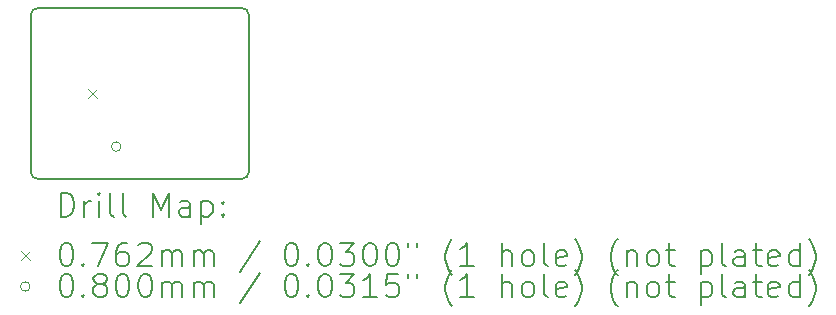
<source format=gbr>
%TF.GenerationSoftware,KiCad,Pcbnew,8.0.6*%
%TF.CreationDate,2024-11-06T21:45:57-05:00*%
%TF.ProjectId,Asus To Asrock,41737573-2054-46f2-9041-73726f636b2e,rev?*%
%TF.SameCoordinates,Original*%
%TF.FileFunction,Drillmap*%
%TF.FilePolarity,Positive*%
%FSLAX45Y45*%
G04 Gerber Fmt 4.5, Leading zero omitted, Abs format (unit mm)*
G04 Created by KiCad (PCBNEW 8.0.6) date 2024-11-06 21:45:57*
%MOMM*%
%LPD*%
G01*
G04 APERTURE LIST*
%ADD10C,0.150000*%
%ADD11C,0.200000*%
%ADD12C,0.100000*%
G04 APERTURE END LIST*
D10*
X15287000Y-10257000D02*
G75*
G02*
X15229000Y-10199000I0J58000D01*
G01*
X17017000Y-8811000D02*
G75*
G02*
X17075000Y-8869000I0J-58000D01*
G01*
X17075000Y-8869000D02*
X17075000Y-10199000D01*
X15287000Y-8811000D02*
X17017000Y-8811000D01*
X17075000Y-10199000D02*
G75*
G02*
X17017000Y-10257000I-58000J0D01*
G01*
X15229000Y-8869000D02*
G75*
G02*
X15287000Y-8811000I58000J0D01*
G01*
X15229000Y-8869000D02*
X15229000Y-10199000D01*
X15287000Y-10257000D02*
X17017000Y-10257000D01*
D11*
D12*
X15713900Y-9495900D02*
X15790100Y-9572100D01*
X15790100Y-9495900D02*
X15713900Y-9572100D01*
X15992000Y-9984000D02*
G75*
G02*
X15912000Y-9984000I-40000J0D01*
G01*
X15912000Y-9984000D02*
G75*
G02*
X15992000Y-9984000I40000J0D01*
G01*
D11*
X15482277Y-10575984D02*
X15482277Y-10375984D01*
X15482277Y-10375984D02*
X15529896Y-10375984D01*
X15529896Y-10375984D02*
X15558467Y-10385508D01*
X15558467Y-10385508D02*
X15577515Y-10404555D01*
X15577515Y-10404555D02*
X15587039Y-10423603D01*
X15587039Y-10423603D02*
X15596562Y-10461698D01*
X15596562Y-10461698D02*
X15596562Y-10490270D01*
X15596562Y-10490270D02*
X15587039Y-10528365D01*
X15587039Y-10528365D02*
X15577515Y-10547412D01*
X15577515Y-10547412D02*
X15558467Y-10566460D01*
X15558467Y-10566460D02*
X15529896Y-10575984D01*
X15529896Y-10575984D02*
X15482277Y-10575984D01*
X15682277Y-10575984D02*
X15682277Y-10442650D01*
X15682277Y-10480746D02*
X15691801Y-10461698D01*
X15691801Y-10461698D02*
X15701324Y-10452174D01*
X15701324Y-10452174D02*
X15720372Y-10442650D01*
X15720372Y-10442650D02*
X15739420Y-10442650D01*
X15806086Y-10575984D02*
X15806086Y-10442650D01*
X15806086Y-10375984D02*
X15796562Y-10385508D01*
X15796562Y-10385508D02*
X15806086Y-10395031D01*
X15806086Y-10395031D02*
X15815610Y-10385508D01*
X15815610Y-10385508D02*
X15806086Y-10375984D01*
X15806086Y-10375984D02*
X15806086Y-10395031D01*
X15929896Y-10575984D02*
X15910848Y-10566460D01*
X15910848Y-10566460D02*
X15901324Y-10547412D01*
X15901324Y-10547412D02*
X15901324Y-10375984D01*
X16034658Y-10575984D02*
X16015610Y-10566460D01*
X16015610Y-10566460D02*
X16006086Y-10547412D01*
X16006086Y-10547412D02*
X16006086Y-10375984D01*
X16263229Y-10575984D02*
X16263229Y-10375984D01*
X16263229Y-10375984D02*
X16329896Y-10518841D01*
X16329896Y-10518841D02*
X16396562Y-10375984D01*
X16396562Y-10375984D02*
X16396562Y-10575984D01*
X16577515Y-10575984D02*
X16577515Y-10471222D01*
X16577515Y-10471222D02*
X16567991Y-10452174D01*
X16567991Y-10452174D02*
X16548943Y-10442650D01*
X16548943Y-10442650D02*
X16510848Y-10442650D01*
X16510848Y-10442650D02*
X16491801Y-10452174D01*
X16577515Y-10566460D02*
X16558467Y-10575984D01*
X16558467Y-10575984D02*
X16510848Y-10575984D01*
X16510848Y-10575984D02*
X16491801Y-10566460D01*
X16491801Y-10566460D02*
X16482277Y-10547412D01*
X16482277Y-10547412D02*
X16482277Y-10528365D01*
X16482277Y-10528365D02*
X16491801Y-10509317D01*
X16491801Y-10509317D02*
X16510848Y-10499793D01*
X16510848Y-10499793D02*
X16558467Y-10499793D01*
X16558467Y-10499793D02*
X16577515Y-10490270D01*
X16672753Y-10442650D02*
X16672753Y-10642650D01*
X16672753Y-10452174D02*
X16691801Y-10442650D01*
X16691801Y-10442650D02*
X16729896Y-10442650D01*
X16729896Y-10442650D02*
X16748943Y-10452174D01*
X16748943Y-10452174D02*
X16758467Y-10461698D01*
X16758467Y-10461698D02*
X16767991Y-10480746D01*
X16767991Y-10480746D02*
X16767991Y-10537889D01*
X16767991Y-10537889D02*
X16758467Y-10556936D01*
X16758467Y-10556936D02*
X16748943Y-10566460D01*
X16748943Y-10566460D02*
X16729896Y-10575984D01*
X16729896Y-10575984D02*
X16691801Y-10575984D01*
X16691801Y-10575984D02*
X16672753Y-10566460D01*
X16853705Y-10556936D02*
X16863229Y-10566460D01*
X16863229Y-10566460D02*
X16853705Y-10575984D01*
X16853705Y-10575984D02*
X16844182Y-10566460D01*
X16844182Y-10566460D02*
X16853705Y-10556936D01*
X16853705Y-10556936D02*
X16853705Y-10575984D01*
X16853705Y-10452174D02*
X16863229Y-10461698D01*
X16863229Y-10461698D02*
X16853705Y-10471222D01*
X16853705Y-10471222D02*
X16844182Y-10461698D01*
X16844182Y-10461698D02*
X16853705Y-10452174D01*
X16853705Y-10452174D02*
X16853705Y-10471222D01*
D12*
X15145300Y-10866400D02*
X15221500Y-10942600D01*
X15221500Y-10866400D02*
X15145300Y-10942600D01*
D11*
X15520372Y-10795984D02*
X15539420Y-10795984D01*
X15539420Y-10795984D02*
X15558467Y-10805508D01*
X15558467Y-10805508D02*
X15567991Y-10815031D01*
X15567991Y-10815031D02*
X15577515Y-10834079D01*
X15577515Y-10834079D02*
X15587039Y-10872174D01*
X15587039Y-10872174D02*
X15587039Y-10919793D01*
X15587039Y-10919793D02*
X15577515Y-10957889D01*
X15577515Y-10957889D02*
X15567991Y-10976936D01*
X15567991Y-10976936D02*
X15558467Y-10986460D01*
X15558467Y-10986460D02*
X15539420Y-10995984D01*
X15539420Y-10995984D02*
X15520372Y-10995984D01*
X15520372Y-10995984D02*
X15501324Y-10986460D01*
X15501324Y-10986460D02*
X15491801Y-10976936D01*
X15491801Y-10976936D02*
X15482277Y-10957889D01*
X15482277Y-10957889D02*
X15472753Y-10919793D01*
X15472753Y-10919793D02*
X15472753Y-10872174D01*
X15472753Y-10872174D02*
X15482277Y-10834079D01*
X15482277Y-10834079D02*
X15491801Y-10815031D01*
X15491801Y-10815031D02*
X15501324Y-10805508D01*
X15501324Y-10805508D02*
X15520372Y-10795984D01*
X15672753Y-10976936D02*
X15682277Y-10986460D01*
X15682277Y-10986460D02*
X15672753Y-10995984D01*
X15672753Y-10995984D02*
X15663229Y-10986460D01*
X15663229Y-10986460D02*
X15672753Y-10976936D01*
X15672753Y-10976936D02*
X15672753Y-10995984D01*
X15748943Y-10795984D02*
X15882277Y-10795984D01*
X15882277Y-10795984D02*
X15796562Y-10995984D01*
X16044182Y-10795984D02*
X16006086Y-10795984D01*
X16006086Y-10795984D02*
X15987039Y-10805508D01*
X15987039Y-10805508D02*
X15977515Y-10815031D01*
X15977515Y-10815031D02*
X15958467Y-10843603D01*
X15958467Y-10843603D02*
X15948943Y-10881698D01*
X15948943Y-10881698D02*
X15948943Y-10957889D01*
X15948943Y-10957889D02*
X15958467Y-10976936D01*
X15958467Y-10976936D02*
X15967991Y-10986460D01*
X15967991Y-10986460D02*
X15987039Y-10995984D01*
X15987039Y-10995984D02*
X16025134Y-10995984D01*
X16025134Y-10995984D02*
X16044182Y-10986460D01*
X16044182Y-10986460D02*
X16053705Y-10976936D01*
X16053705Y-10976936D02*
X16063229Y-10957889D01*
X16063229Y-10957889D02*
X16063229Y-10910270D01*
X16063229Y-10910270D02*
X16053705Y-10891222D01*
X16053705Y-10891222D02*
X16044182Y-10881698D01*
X16044182Y-10881698D02*
X16025134Y-10872174D01*
X16025134Y-10872174D02*
X15987039Y-10872174D01*
X15987039Y-10872174D02*
X15967991Y-10881698D01*
X15967991Y-10881698D02*
X15958467Y-10891222D01*
X15958467Y-10891222D02*
X15948943Y-10910270D01*
X16139420Y-10815031D02*
X16148943Y-10805508D01*
X16148943Y-10805508D02*
X16167991Y-10795984D01*
X16167991Y-10795984D02*
X16215610Y-10795984D01*
X16215610Y-10795984D02*
X16234658Y-10805508D01*
X16234658Y-10805508D02*
X16244182Y-10815031D01*
X16244182Y-10815031D02*
X16253705Y-10834079D01*
X16253705Y-10834079D02*
X16253705Y-10853127D01*
X16253705Y-10853127D02*
X16244182Y-10881698D01*
X16244182Y-10881698D02*
X16129896Y-10995984D01*
X16129896Y-10995984D02*
X16253705Y-10995984D01*
X16339420Y-10995984D02*
X16339420Y-10862650D01*
X16339420Y-10881698D02*
X16348943Y-10872174D01*
X16348943Y-10872174D02*
X16367991Y-10862650D01*
X16367991Y-10862650D02*
X16396563Y-10862650D01*
X16396563Y-10862650D02*
X16415610Y-10872174D01*
X16415610Y-10872174D02*
X16425134Y-10891222D01*
X16425134Y-10891222D02*
X16425134Y-10995984D01*
X16425134Y-10891222D02*
X16434658Y-10872174D01*
X16434658Y-10872174D02*
X16453705Y-10862650D01*
X16453705Y-10862650D02*
X16482277Y-10862650D01*
X16482277Y-10862650D02*
X16501324Y-10872174D01*
X16501324Y-10872174D02*
X16510848Y-10891222D01*
X16510848Y-10891222D02*
X16510848Y-10995984D01*
X16606086Y-10995984D02*
X16606086Y-10862650D01*
X16606086Y-10881698D02*
X16615610Y-10872174D01*
X16615610Y-10872174D02*
X16634658Y-10862650D01*
X16634658Y-10862650D02*
X16663229Y-10862650D01*
X16663229Y-10862650D02*
X16682277Y-10872174D01*
X16682277Y-10872174D02*
X16691801Y-10891222D01*
X16691801Y-10891222D02*
X16691801Y-10995984D01*
X16691801Y-10891222D02*
X16701324Y-10872174D01*
X16701324Y-10872174D02*
X16720372Y-10862650D01*
X16720372Y-10862650D02*
X16748943Y-10862650D01*
X16748943Y-10862650D02*
X16767991Y-10872174D01*
X16767991Y-10872174D02*
X16777515Y-10891222D01*
X16777515Y-10891222D02*
X16777515Y-10995984D01*
X17167991Y-10786460D02*
X16996563Y-11043603D01*
X17425134Y-10795984D02*
X17444182Y-10795984D01*
X17444182Y-10795984D02*
X17463229Y-10805508D01*
X17463229Y-10805508D02*
X17472753Y-10815031D01*
X17472753Y-10815031D02*
X17482277Y-10834079D01*
X17482277Y-10834079D02*
X17491801Y-10872174D01*
X17491801Y-10872174D02*
X17491801Y-10919793D01*
X17491801Y-10919793D02*
X17482277Y-10957889D01*
X17482277Y-10957889D02*
X17472753Y-10976936D01*
X17472753Y-10976936D02*
X17463229Y-10986460D01*
X17463229Y-10986460D02*
X17444182Y-10995984D01*
X17444182Y-10995984D02*
X17425134Y-10995984D01*
X17425134Y-10995984D02*
X17406087Y-10986460D01*
X17406087Y-10986460D02*
X17396563Y-10976936D01*
X17396563Y-10976936D02*
X17387039Y-10957889D01*
X17387039Y-10957889D02*
X17377515Y-10919793D01*
X17377515Y-10919793D02*
X17377515Y-10872174D01*
X17377515Y-10872174D02*
X17387039Y-10834079D01*
X17387039Y-10834079D02*
X17396563Y-10815031D01*
X17396563Y-10815031D02*
X17406087Y-10805508D01*
X17406087Y-10805508D02*
X17425134Y-10795984D01*
X17577515Y-10976936D02*
X17587039Y-10986460D01*
X17587039Y-10986460D02*
X17577515Y-10995984D01*
X17577515Y-10995984D02*
X17567991Y-10986460D01*
X17567991Y-10986460D02*
X17577515Y-10976936D01*
X17577515Y-10976936D02*
X17577515Y-10995984D01*
X17710848Y-10795984D02*
X17729896Y-10795984D01*
X17729896Y-10795984D02*
X17748944Y-10805508D01*
X17748944Y-10805508D02*
X17758468Y-10815031D01*
X17758468Y-10815031D02*
X17767991Y-10834079D01*
X17767991Y-10834079D02*
X17777515Y-10872174D01*
X17777515Y-10872174D02*
X17777515Y-10919793D01*
X17777515Y-10919793D02*
X17767991Y-10957889D01*
X17767991Y-10957889D02*
X17758468Y-10976936D01*
X17758468Y-10976936D02*
X17748944Y-10986460D01*
X17748944Y-10986460D02*
X17729896Y-10995984D01*
X17729896Y-10995984D02*
X17710848Y-10995984D01*
X17710848Y-10995984D02*
X17691801Y-10986460D01*
X17691801Y-10986460D02*
X17682277Y-10976936D01*
X17682277Y-10976936D02*
X17672753Y-10957889D01*
X17672753Y-10957889D02*
X17663229Y-10919793D01*
X17663229Y-10919793D02*
X17663229Y-10872174D01*
X17663229Y-10872174D02*
X17672753Y-10834079D01*
X17672753Y-10834079D02*
X17682277Y-10815031D01*
X17682277Y-10815031D02*
X17691801Y-10805508D01*
X17691801Y-10805508D02*
X17710848Y-10795984D01*
X17844182Y-10795984D02*
X17967991Y-10795984D01*
X17967991Y-10795984D02*
X17901325Y-10872174D01*
X17901325Y-10872174D02*
X17929896Y-10872174D01*
X17929896Y-10872174D02*
X17948944Y-10881698D01*
X17948944Y-10881698D02*
X17958468Y-10891222D01*
X17958468Y-10891222D02*
X17967991Y-10910270D01*
X17967991Y-10910270D02*
X17967991Y-10957889D01*
X17967991Y-10957889D02*
X17958468Y-10976936D01*
X17958468Y-10976936D02*
X17948944Y-10986460D01*
X17948944Y-10986460D02*
X17929896Y-10995984D01*
X17929896Y-10995984D02*
X17872753Y-10995984D01*
X17872753Y-10995984D02*
X17853706Y-10986460D01*
X17853706Y-10986460D02*
X17844182Y-10976936D01*
X18091801Y-10795984D02*
X18110849Y-10795984D01*
X18110849Y-10795984D02*
X18129896Y-10805508D01*
X18129896Y-10805508D02*
X18139420Y-10815031D01*
X18139420Y-10815031D02*
X18148944Y-10834079D01*
X18148944Y-10834079D02*
X18158468Y-10872174D01*
X18158468Y-10872174D02*
X18158468Y-10919793D01*
X18158468Y-10919793D02*
X18148944Y-10957889D01*
X18148944Y-10957889D02*
X18139420Y-10976936D01*
X18139420Y-10976936D02*
X18129896Y-10986460D01*
X18129896Y-10986460D02*
X18110849Y-10995984D01*
X18110849Y-10995984D02*
X18091801Y-10995984D01*
X18091801Y-10995984D02*
X18072753Y-10986460D01*
X18072753Y-10986460D02*
X18063229Y-10976936D01*
X18063229Y-10976936D02*
X18053706Y-10957889D01*
X18053706Y-10957889D02*
X18044182Y-10919793D01*
X18044182Y-10919793D02*
X18044182Y-10872174D01*
X18044182Y-10872174D02*
X18053706Y-10834079D01*
X18053706Y-10834079D02*
X18063229Y-10815031D01*
X18063229Y-10815031D02*
X18072753Y-10805508D01*
X18072753Y-10805508D02*
X18091801Y-10795984D01*
X18282277Y-10795984D02*
X18301325Y-10795984D01*
X18301325Y-10795984D02*
X18320372Y-10805508D01*
X18320372Y-10805508D02*
X18329896Y-10815031D01*
X18329896Y-10815031D02*
X18339420Y-10834079D01*
X18339420Y-10834079D02*
X18348944Y-10872174D01*
X18348944Y-10872174D02*
X18348944Y-10919793D01*
X18348944Y-10919793D02*
X18339420Y-10957889D01*
X18339420Y-10957889D02*
X18329896Y-10976936D01*
X18329896Y-10976936D02*
X18320372Y-10986460D01*
X18320372Y-10986460D02*
X18301325Y-10995984D01*
X18301325Y-10995984D02*
X18282277Y-10995984D01*
X18282277Y-10995984D02*
X18263229Y-10986460D01*
X18263229Y-10986460D02*
X18253706Y-10976936D01*
X18253706Y-10976936D02*
X18244182Y-10957889D01*
X18244182Y-10957889D02*
X18234658Y-10919793D01*
X18234658Y-10919793D02*
X18234658Y-10872174D01*
X18234658Y-10872174D02*
X18244182Y-10834079D01*
X18244182Y-10834079D02*
X18253706Y-10815031D01*
X18253706Y-10815031D02*
X18263229Y-10805508D01*
X18263229Y-10805508D02*
X18282277Y-10795984D01*
X18425134Y-10795984D02*
X18425134Y-10834079D01*
X18501325Y-10795984D02*
X18501325Y-10834079D01*
X18796563Y-11072174D02*
X18787039Y-11062650D01*
X18787039Y-11062650D02*
X18767991Y-11034079D01*
X18767991Y-11034079D02*
X18758468Y-11015031D01*
X18758468Y-11015031D02*
X18748944Y-10986460D01*
X18748944Y-10986460D02*
X18739420Y-10938841D01*
X18739420Y-10938841D02*
X18739420Y-10900746D01*
X18739420Y-10900746D02*
X18748944Y-10853127D01*
X18748944Y-10853127D02*
X18758468Y-10824555D01*
X18758468Y-10824555D02*
X18767991Y-10805508D01*
X18767991Y-10805508D02*
X18787039Y-10776936D01*
X18787039Y-10776936D02*
X18796563Y-10767412D01*
X18977515Y-10995984D02*
X18863230Y-10995984D01*
X18920372Y-10995984D02*
X18920372Y-10795984D01*
X18920372Y-10795984D02*
X18901325Y-10824555D01*
X18901325Y-10824555D02*
X18882277Y-10843603D01*
X18882277Y-10843603D02*
X18863230Y-10853127D01*
X19215611Y-10995984D02*
X19215611Y-10795984D01*
X19301325Y-10995984D02*
X19301325Y-10891222D01*
X19301325Y-10891222D02*
X19291801Y-10872174D01*
X19291801Y-10872174D02*
X19272753Y-10862650D01*
X19272753Y-10862650D02*
X19244182Y-10862650D01*
X19244182Y-10862650D02*
X19225134Y-10872174D01*
X19225134Y-10872174D02*
X19215611Y-10881698D01*
X19425134Y-10995984D02*
X19406087Y-10986460D01*
X19406087Y-10986460D02*
X19396563Y-10976936D01*
X19396563Y-10976936D02*
X19387039Y-10957889D01*
X19387039Y-10957889D02*
X19387039Y-10900746D01*
X19387039Y-10900746D02*
X19396563Y-10881698D01*
X19396563Y-10881698D02*
X19406087Y-10872174D01*
X19406087Y-10872174D02*
X19425134Y-10862650D01*
X19425134Y-10862650D02*
X19453706Y-10862650D01*
X19453706Y-10862650D02*
X19472753Y-10872174D01*
X19472753Y-10872174D02*
X19482277Y-10881698D01*
X19482277Y-10881698D02*
X19491801Y-10900746D01*
X19491801Y-10900746D02*
X19491801Y-10957889D01*
X19491801Y-10957889D02*
X19482277Y-10976936D01*
X19482277Y-10976936D02*
X19472753Y-10986460D01*
X19472753Y-10986460D02*
X19453706Y-10995984D01*
X19453706Y-10995984D02*
X19425134Y-10995984D01*
X19606087Y-10995984D02*
X19587039Y-10986460D01*
X19587039Y-10986460D02*
X19577515Y-10967412D01*
X19577515Y-10967412D02*
X19577515Y-10795984D01*
X19758468Y-10986460D02*
X19739420Y-10995984D01*
X19739420Y-10995984D02*
X19701325Y-10995984D01*
X19701325Y-10995984D02*
X19682277Y-10986460D01*
X19682277Y-10986460D02*
X19672753Y-10967412D01*
X19672753Y-10967412D02*
X19672753Y-10891222D01*
X19672753Y-10891222D02*
X19682277Y-10872174D01*
X19682277Y-10872174D02*
X19701325Y-10862650D01*
X19701325Y-10862650D02*
X19739420Y-10862650D01*
X19739420Y-10862650D02*
X19758468Y-10872174D01*
X19758468Y-10872174D02*
X19767992Y-10891222D01*
X19767992Y-10891222D02*
X19767992Y-10910270D01*
X19767992Y-10910270D02*
X19672753Y-10929317D01*
X19834658Y-11072174D02*
X19844182Y-11062650D01*
X19844182Y-11062650D02*
X19863230Y-11034079D01*
X19863230Y-11034079D02*
X19872753Y-11015031D01*
X19872753Y-11015031D02*
X19882277Y-10986460D01*
X19882277Y-10986460D02*
X19891801Y-10938841D01*
X19891801Y-10938841D02*
X19891801Y-10900746D01*
X19891801Y-10900746D02*
X19882277Y-10853127D01*
X19882277Y-10853127D02*
X19872753Y-10824555D01*
X19872753Y-10824555D02*
X19863230Y-10805508D01*
X19863230Y-10805508D02*
X19844182Y-10776936D01*
X19844182Y-10776936D02*
X19834658Y-10767412D01*
X20196563Y-11072174D02*
X20187039Y-11062650D01*
X20187039Y-11062650D02*
X20167992Y-11034079D01*
X20167992Y-11034079D02*
X20158468Y-11015031D01*
X20158468Y-11015031D02*
X20148944Y-10986460D01*
X20148944Y-10986460D02*
X20139420Y-10938841D01*
X20139420Y-10938841D02*
X20139420Y-10900746D01*
X20139420Y-10900746D02*
X20148944Y-10853127D01*
X20148944Y-10853127D02*
X20158468Y-10824555D01*
X20158468Y-10824555D02*
X20167992Y-10805508D01*
X20167992Y-10805508D02*
X20187039Y-10776936D01*
X20187039Y-10776936D02*
X20196563Y-10767412D01*
X20272753Y-10862650D02*
X20272753Y-10995984D01*
X20272753Y-10881698D02*
X20282277Y-10872174D01*
X20282277Y-10872174D02*
X20301325Y-10862650D01*
X20301325Y-10862650D02*
X20329896Y-10862650D01*
X20329896Y-10862650D02*
X20348944Y-10872174D01*
X20348944Y-10872174D02*
X20358468Y-10891222D01*
X20358468Y-10891222D02*
X20358468Y-10995984D01*
X20482277Y-10995984D02*
X20463230Y-10986460D01*
X20463230Y-10986460D02*
X20453706Y-10976936D01*
X20453706Y-10976936D02*
X20444182Y-10957889D01*
X20444182Y-10957889D02*
X20444182Y-10900746D01*
X20444182Y-10900746D02*
X20453706Y-10881698D01*
X20453706Y-10881698D02*
X20463230Y-10872174D01*
X20463230Y-10872174D02*
X20482277Y-10862650D01*
X20482277Y-10862650D02*
X20510849Y-10862650D01*
X20510849Y-10862650D02*
X20529896Y-10872174D01*
X20529896Y-10872174D02*
X20539420Y-10881698D01*
X20539420Y-10881698D02*
X20548944Y-10900746D01*
X20548944Y-10900746D02*
X20548944Y-10957889D01*
X20548944Y-10957889D02*
X20539420Y-10976936D01*
X20539420Y-10976936D02*
X20529896Y-10986460D01*
X20529896Y-10986460D02*
X20510849Y-10995984D01*
X20510849Y-10995984D02*
X20482277Y-10995984D01*
X20606087Y-10862650D02*
X20682277Y-10862650D01*
X20634658Y-10795984D02*
X20634658Y-10967412D01*
X20634658Y-10967412D02*
X20644182Y-10986460D01*
X20644182Y-10986460D02*
X20663230Y-10995984D01*
X20663230Y-10995984D02*
X20682277Y-10995984D01*
X20901325Y-10862650D02*
X20901325Y-11062650D01*
X20901325Y-10872174D02*
X20920373Y-10862650D01*
X20920373Y-10862650D02*
X20958468Y-10862650D01*
X20958468Y-10862650D02*
X20977515Y-10872174D01*
X20977515Y-10872174D02*
X20987039Y-10881698D01*
X20987039Y-10881698D02*
X20996563Y-10900746D01*
X20996563Y-10900746D02*
X20996563Y-10957889D01*
X20996563Y-10957889D02*
X20987039Y-10976936D01*
X20987039Y-10976936D02*
X20977515Y-10986460D01*
X20977515Y-10986460D02*
X20958468Y-10995984D01*
X20958468Y-10995984D02*
X20920373Y-10995984D01*
X20920373Y-10995984D02*
X20901325Y-10986460D01*
X21110849Y-10995984D02*
X21091801Y-10986460D01*
X21091801Y-10986460D02*
X21082277Y-10967412D01*
X21082277Y-10967412D02*
X21082277Y-10795984D01*
X21272754Y-10995984D02*
X21272754Y-10891222D01*
X21272754Y-10891222D02*
X21263230Y-10872174D01*
X21263230Y-10872174D02*
X21244182Y-10862650D01*
X21244182Y-10862650D02*
X21206087Y-10862650D01*
X21206087Y-10862650D02*
X21187039Y-10872174D01*
X21272754Y-10986460D02*
X21253706Y-10995984D01*
X21253706Y-10995984D02*
X21206087Y-10995984D01*
X21206087Y-10995984D02*
X21187039Y-10986460D01*
X21187039Y-10986460D02*
X21177515Y-10967412D01*
X21177515Y-10967412D02*
X21177515Y-10948365D01*
X21177515Y-10948365D02*
X21187039Y-10929317D01*
X21187039Y-10929317D02*
X21206087Y-10919793D01*
X21206087Y-10919793D02*
X21253706Y-10919793D01*
X21253706Y-10919793D02*
X21272754Y-10910270D01*
X21339420Y-10862650D02*
X21415611Y-10862650D01*
X21367992Y-10795984D02*
X21367992Y-10967412D01*
X21367992Y-10967412D02*
X21377515Y-10986460D01*
X21377515Y-10986460D02*
X21396563Y-10995984D01*
X21396563Y-10995984D02*
X21415611Y-10995984D01*
X21558468Y-10986460D02*
X21539420Y-10995984D01*
X21539420Y-10995984D02*
X21501325Y-10995984D01*
X21501325Y-10995984D02*
X21482277Y-10986460D01*
X21482277Y-10986460D02*
X21472754Y-10967412D01*
X21472754Y-10967412D02*
X21472754Y-10891222D01*
X21472754Y-10891222D02*
X21482277Y-10872174D01*
X21482277Y-10872174D02*
X21501325Y-10862650D01*
X21501325Y-10862650D02*
X21539420Y-10862650D01*
X21539420Y-10862650D02*
X21558468Y-10872174D01*
X21558468Y-10872174D02*
X21567992Y-10891222D01*
X21567992Y-10891222D02*
X21567992Y-10910270D01*
X21567992Y-10910270D02*
X21472754Y-10929317D01*
X21739420Y-10995984D02*
X21739420Y-10795984D01*
X21739420Y-10986460D02*
X21720373Y-10995984D01*
X21720373Y-10995984D02*
X21682277Y-10995984D01*
X21682277Y-10995984D02*
X21663230Y-10986460D01*
X21663230Y-10986460D02*
X21653706Y-10976936D01*
X21653706Y-10976936D02*
X21644182Y-10957889D01*
X21644182Y-10957889D02*
X21644182Y-10900746D01*
X21644182Y-10900746D02*
X21653706Y-10881698D01*
X21653706Y-10881698D02*
X21663230Y-10872174D01*
X21663230Y-10872174D02*
X21682277Y-10862650D01*
X21682277Y-10862650D02*
X21720373Y-10862650D01*
X21720373Y-10862650D02*
X21739420Y-10872174D01*
X21815611Y-11072174D02*
X21825135Y-11062650D01*
X21825135Y-11062650D02*
X21844182Y-11034079D01*
X21844182Y-11034079D02*
X21853706Y-11015031D01*
X21853706Y-11015031D02*
X21863230Y-10986460D01*
X21863230Y-10986460D02*
X21872754Y-10938841D01*
X21872754Y-10938841D02*
X21872754Y-10900746D01*
X21872754Y-10900746D02*
X21863230Y-10853127D01*
X21863230Y-10853127D02*
X21853706Y-10824555D01*
X21853706Y-10824555D02*
X21844182Y-10805508D01*
X21844182Y-10805508D02*
X21825135Y-10776936D01*
X21825135Y-10776936D02*
X21815611Y-10767412D01*
D12*
X15221500Y-11168500D02*
G75*
G02*
X15141500Y-11168500I-40000J0D01*
G01*
X15141500Y-11168500D02*
G75*
G02*
X15221500Y-11168500I40000J0D01*
G01*
D11*
X15520372Y-11059984D02*
X15539420Y-11059984D01*
X15539420Y-11059984D02*
X15558467Y-11069508D01*
X15558467Y-11069508D02*
X15567991Y-11079031D01*
X15567991Y-11079031D02*
X15577515Y-11098079D01*
X15577515Y-11098079D02*
X15587039Y-11136174D01*
X15587039Y-11136174D02*
X15587039Y-11183793D01*
X15587039Y-11183793D02*
X15577515Y-11221888D01*
X15577515Y-11221888D02*
X15567991Y-11240936D01*
X15567991Y-11240936D02*
X15558467Y-11250460D01*
X15558467Y-11250460D02*
X15539420Y-11259984D01*
X15539420Y-11259984D02*
X15520372Y-11259984D01*
X15520372Y-11259984D02*
X15501324Y-11250460D01*
X15501324Y-11250460D02*
X15491801Y-11240936D01*
X15491801Y-11240936D02*
X15482277Y-11221888D01*
X15482277Y-11221888D02*
X15472753Y-11183793D01*
X15472753Y-11183793D02*
X15472753Y-11136174D01*
X15472753Y-11136174D02*
X15482277Y-11098079D01*
X15482277Y-11098079D02*
X15491801Y-11079031D01*
X15491801Y-11079031D02*
X15501324Y-11069508D01*
X15501324Y-11069508D02*
X15520372Y-11059984D01*
X15672753Y-11240936D02*
X15682277Y-11250460D01*
X15682277Y-11250460D02*
X15672753Y-11259984D01*
X15672753Y-11259984D02*
X15663229Y-11250460D01*
X15663229Y-11250460D02*
X15672753Y-11240936D01*
X15672753Y-11240936D02*
X15672753Y-11259984D01*
X15796562Y-11145698D02*
X15777515Y-11136174D01*
X15777515Y-11136174D02*
X15767991Y-11126650D01*
X15767991Y-11126650D02*
X15758467Y-11107603D01*
X15758467Y-11107603D02*
X15758467Y-11098079D01*
X15758467Y-11098079D02*
X15767991Y-11079031D01*
X15767991Y-11079031D02*
X15777515Y-11069508D01*
X15777515Y-11069508D02*
X15796562Y-11059984D01*
X15796562Y-11059984D02*
X15834658Y-11059984D01*
X15834658Y-11059984D02*
X15853705Y-11069508D01*
X15853705Y-11069508D02*
X15863229Y-11079031D01*
X15863229Y-11079031D02*
X15872753Y-11098079D01*
X15872753Y-11098079D02*
X15872753Y-11107603D01*
X15872753Y-11107603D02*
X15863229Y-11126650D01*
X15863229Y-11126650D02*
X15853705Y-11136174D01*
X15853705Y-11136174D02*
X15834658Y-11145698D01*
X15834658Y-11145698D02*
X15796562Y-11145698D01*
X15796562Y-11145698D02*
X15777515Y-11155222D01*
X15777515Y-11155222D02*
X15767991Y-11164746D01*
X15767991Y-11164746D02*
X15758467Y-11183793D01*
X15758467Y-11183793D02*
X15758467Y-11221888D01*
X15758467Y-11221888D02*
X15767991Y-11240936D01*
X15767991Y-11240936D02*
X15777515Y-11250460D01*
X15777515Y-11250460D02*
X15796562Y-11259984D01*
X15796562Y-11259984D02*
X15834658Y-11259984D01*
X15834658Y-11259984D02*
X15853705Y-11250460D01*
X15853705Y-11250460D02*
X15863229Y-11240936D01*
X15863229Y-11240936D02*
X15872753Y-11221888D01*
X15872753Y-11221888D02*
X15872753Y-11183793D01*
X15872753Y-11183793D02*
X15863229Y-11164746D01*
X15863229Y-11164746D02*
X15853705Y-11155222D01*
X15853705Y-11155222D02*
X15834658Y-11145698D01*
X15996562Y-11059984D02*
X16015610Y-11059984D01*
X16015610Y-11059984D02*
X16034658Y-11069508D01*
X16034658Y-11069508D02*
X16044182Y-11079031D01*
X16044182Y-11079031D02*
X16053705Y-11098079D01*
X16053705Y-11098079D02*
X16063229Y-11136174D01*
X16063229Y-11136174D02*
X16063229Y-11183793D01*
X16063229Y-11183793D02*
X16053705Y-11221888D01*
X16053705Y-11221888D02*
X16044182Y-11240936D01*
X16044182Y-11240936D02*
X16034658Y-11250460D01*
X16034658Y-11250460D02*
X16015610Y-11259984D01*
X16015610Y-11259984D02*
X15996562Y-11259984D01*
X15996562Y-11259984D02*
X15977515Y-11250460D01*
X15977515Y-11250460D02*
X15967991Y-11240936D01*
X15967991Y-11240936D02*
X15958467Y-11221888D01*
X15958467Y-11221888D02*
X15948943Y-11183793D01*
X15948943Y-11183793D02*
X15948943Y-11136174D01*
X15948943Y-11136174D02*
X15958467Y-11098079D01*
X15958467Y-11098079D02*
X15967991Y-11079031D01*
X15967991Y-11079031D02*
X15977515Y-11069508D01*
X15977515Y-11069508D02*
X15996562Y-11059984D01*
X16187039Y-11059984D02*
X16206086Y-11059984D01*
X16206086Y-11059984D02*
X16225134Y-11069508D01*
X16225134Y-11069508D02*
X16234658Y-11079031D01*
X16234658Y-11079031D02*
X16244182Y-11098079D01*
X16244182Y-11098079D02*
X16253705Y-11136174D01*
X16253705Y-11136174D02*
X16253705Y-11183793D01*
X16253705Y-11183793D02*
X16244182Y-11221888D01*
X16244182Y-11221888D02*
X16234658Y-11240936D01*
X16234658Y-11240936D02*
X16225134Y-11250460D01*
X16225134Y-11250460D02*
X16206086Y-11259984D01*
X16206086Y-11259984D02*
X16187039Y-11259984D01*
X16187039Y-11259984D02*
X16167991Y-11250460D01*
X16167991Y-11250460D02*
X16158467Y-11240936D01*
X16158467Y-11240936D02*
X16148943Y-11221888D01*
X16148943Y-11221888D02*
X16139420Y-11183793D01*
X16139420Y-11183793D02*
X16139420Y-11136174D01*
X16139420Y-11136174D02*
X16148943Y-11098079D01*
X16148943Y-11098079D02*
X16158467Y-11079031D01*
X16158467Y-11079031D02*
X16167991Y-11069508D01*
X16167991Y-11069508D02*
X16187039Y-11059984D01*
X16339420Y-11259984D02*
X16339420Y-11126650D01*
X16339420Y-11145698D02*
X16348943Y-11136174D01*
X16348943Y-11136174D02*
X16367991Y-11126650D01*
X16367991Y-11126650D02*
X16396563Y-11126650D01*
X16396563Y-11126650D02*
X16415610Y-11136174D01*
X16415610Y-11136174D02*
X16425134Y-11155222D01*
X16425134Y-11155222D02*
X16425134Y-11259984D01*
X16425134Y-11155222D02*
X16434658Y-11136174D01*
X16434658Y-11136174D02*
X16453705Y-11126650D01*
X16453705Y-11126650D02*
X16482277Y-11126650D01*
X16482277Y-11126650D02*
X16501324Y-11136174D01*
X16501324Y-11136174D02*
X16510848Y-11155222D01*
X16510848Y-11155222D02*
X16510848Y-11259984D01*
X16606086Y-11259984D02*
X16606086Y-11126650D01*
X16606086Y-11145698D02*
X16615610Y-11136174D01*
X16615610Y-11136174D02*
X16634658Y-11126650D01*
X16634658Y-11126650D02*
X16663229Y-11126650D01*
X16663229Y-11126650D02*
X16682277Y-11136174D01*
X16682277Y-11136174D02*
X16691801Y-11155222D01*
X16691801Y-11155222D02*
X16691801Y-11259984D01*
X16691801Y-11155222D02*
X16701324Y-11136174D01*
X16701324Y-11136174D02*
X16720372Y-11126650D01*
X16720372Y-11126650D02*
X16748943Y-11126650D01*
X16748943Y-11126650D02*
X16767991Y-11136174D01*
X16767991Y-11136174D02*
X16777515Y-11155222D01*
X16777515Y-11155222D02*
X16777515Y-11259984D01*
X17167991Y-11050460D02*
X16996563Y-11307603D01*
X17425134Y-11059984D02*
X17444182Y-11059984D01*
X17444182Y-11059984D02*
X17463229Y-11069508D01*
X17463229Y-11069508D02*
X17472753Y-11079031D01*
X17472753Y-11079031D02*
X17482277Y-11098079D01*
X17482277Y-11098079D02*
X17491801Y-11136174D01*
X17491801Y-11136174D02*
X17491801Y-11183793D01*
X17491801Y-11183793D02*
X17482277Y-11221888D01*
X17482277Y-11221888D02*
X17472753Y-11240936D01*
X17472753Y-11240936D02*
X17463229Y-11250460D01*
X17463229Y-11250460D02*
X17444182Y-11259984D01*
X17444182Y-11259984D02*
X17425134Y-11259984D01*
X17425134Y-11259984D02*
X17406087Y-11250460D01*
X17406087Y-11250460D02*
X17396563Y-11240936D01*
X17396563Y-11240936D02*
X17387039Y-11221888D01*
X17387039Y-11221888D02*
X17377515Y-11183793D01*
X17377515Y-11183793D02*
X17377515Y-11136174D01*
X17377515Y-11136174D02*
X17387039Y-11098079D01*
X17387039Y-11098079D02*
X17396563Y-11079031D01*
X17396563Y-11079031D02*
X17406087Y-11069508D01*
X17406087Y-11069508D02*
X17425134Y-11059984D01*
X17577515Y-11240936D02*
X17587039Y-11250460D01*
X17587039Y-11250460D02*
X17577515Y-11259984D01*
X17577515Y-11259984D02*
X17567991Y-11250460D01*
X17567991Y-11250460D02*
X17577515Y-11240936D01*
X17577515Y-11240936D02*
X17577515Y-11259984D01*
X17710848Y-11059984D02*
X17729896Y-11059984D01*
X17729896Y-11059984D02*
X17748944Y-11069508D01*
X17748944Y-11069508D02*
X17758468Y-11079031D01*
X17758468Y-11079031D02*
X17767991Y-11098079D01*
X17767991Y-11098079D02*
X17777515Y-11136174D01*
X17777515Y-11136174D02*
X17777515Y-11183793D01*
X17777515Y-11183793D02*
X17767991Y-11221888D01*
X17767991Y-11221888D02*
X17758468Y-11240936D01*
X17758468Y-11240936D02*
X17748944Y-11250460D01*
X17748944Y-11250460D02*
X17729896Y-11259984D01*
X17729896Y-11259984D02*
X17710848Y-11259984D01*
X17710848Y-11259984D02*
X17691801Y-11250460D01*
X17691801Y-11250460D02*
X17682277Y-11240936D01*
X17682277Y-11240936D02*
X17672753Y-11221888D01*
X17672753Y-11221888D02*
X17663229Y-11183793D01*
X17663229Y-11183793D02*
X17663229Y-11136174D01*
X17663229Y-11136174D02*
X17672753Y-11098079D01*
X17672753Y-11098079D02*
X17682277Y-11079031D01*
X17682277Y-11079031D02*
X17691801Y-11069508D01*
X17691801Y-11069508D02*
X17710848Y-11059984D01*
X17844182Y-11059984D02*
X17967991Y-11059984D01*
X17967991Y-11059984D02*
X17901325Y-11136174D01*
X17901325Y-11136174D02*
X17929896Y-11136174D01*
X17929896Y-11136174D02*
X17948944Y-11145698D01*
X17948944Y-11145698D02*
X17958468Y-11155222D01*
X17958468Y-11155222D02*
X17967991Y-11174270D01*
X17967991Y-11174270D02*
X17967991Y-11221888D01*
X17967991Y-11221888D02*
X17958468Y-11240936D01*
X17958468Y-11240936D02*
X17948944Y-11250460D01*
X17948944Y-11250460D02*
X17929896Y-11259984D01*
X17929896Y-11259984D02*
X17872753Y-11259984D01*
X17872753Y-11259984D02*
X17853706Y-11250460D01*
X17853706Y-11250460D02*
X17844182Y-11240936D01*
X18158468Y-11259984D02*
X18044182Y-11259984D01*
X18101325Y-11259984D02*
X18101325Y-11059984D01*
X18101325Y-11059984D02*
X18082277Y-11088555D01*
X18082277Y-11088555D02*
X18063229Y-11107603D01*
X18063229Y-11107603D02*
X18044182Y-11117127D01*
X18339420Y-11059984D02*
X18244182Y-11059984D01*
X18244182Y-11059984D02*
X18234658Y-11155222D01*
X18234658Y-11155222D02*
X18244182Y-11145698D01*
X18244182Y-11145698D02*
X18263229Y-11136174D01*
X18263229Y-11136174D02*
X18310849Y-11136174D01*
X18310849Y-11136174D02*
X18329896Y-11145698D01*
X18329896Y-11145698D02*
X18339420Y-11155222D01*
X18339420Y-11155222D02*
X18348944Y-11174270D01*
X18348944Y-11174270D02*
X18348944Y-11221888D01*
X18348944Y-11221888D02*
X18339420Y-11240936D01*
X18339420Y-11240936D02*
X18329896Y-11250460D01*
X18329896Y-11250460D02*
X18310849Y-11259984D01*
X18310849Y-11259984D02*
X18263229Y-11259984D01*
X18263229Y-11259984D02*
X18244182Y-11250460D01*
X18244182Y-11250460D02*
X18234658Y-11240936D01*
X18425134Y-11059984D02*
X18425134Y-11098079D01*
X18501325Y-11059984D02*
X18501325Y-11098079D01*
X18796563Y-11336174D02*
X18787039Y-11326650D01*
X18787039Y-11326650D02*
X18767991Y-11298079D01*
X18767991Y-11298079D02*
X18758468Y-11279031D01*
X18758468Y-11279031D02*
X18748944Y-11250460D01*
X18748944Y-11250460D02*
X18739420Y-11202841D01*
X18739420Y-11202841D02*
X18739420Y-11164746D01*
X18739420Y-11164746D02*
X18748944Y-11117127D01*
X18748944Y-11117127D02*
X18758468Y-11088555D01*
X18758468Y-11088555D02*
X18767991Y-11069508D01*
X18767991Y-11069508D02*
X18787039Y-11040936D01*
X18787039Y-11040936D02*
X18796563Y-11031412D01*
X18977515Y-11259984D02*
X18863230Y-11259984D01*
X18920372Y-11259984D02*
X18920372Y-11059984D01*
X18920372Y-11059984D02*
X18901325Y-11088555D01*
X18901325Y-11088555D02*
X18882277Y-11107603D01*
X18882277Y-11107603D02*
X18863230Y-11117127D01*
X19215611Y-11259984D02*
X19215611Y-11059984D01*
X19301325Y-11259984D02*
X19301325Y-11155222D01*
X19301325Y-11155222D02*
X19291801Y-11136174D01*
X19291801Y-11136174D02*
X19272753Y-11126650D01*
X19272753Y-11126650D02*
X19244182Y-11126650D01*
X19244182Y-11126650D02*
X19225134Y-11136174D01*
X19225134Y-11136174D02*
X19215611Y-11145698D01*
X19425134Y-11259984D02*
X19406087Y-11250460D01*
X19406087Y-11250460D02*
X19396563Y-11240936D01*
X19396563Y-11240936D02*
X19387039Y-11221888D01*
X19387039Y-11221888D02*
X19387039Y-11164746D01*
X19387039Y-11164746D02*
X19396563Y-11145698D01*
X19396563Y-11145698D02*
X19406087Y-11136174D01*
X19406087Y-11136174D02*
X19425134Y-11126650D01*
X19425134Y-11126650D02*
X19453706Y-11126650D01*
X19453706Y-11126650D02*
X19472753Y-11136174D01*
X19472753Y-11136174D02*
X19482277Y-11145698D01*
X19482277Y-11145698D02*
X19491801Y-11164746D01*
X19491801Y-11164746D02*
X19491801Y-11221888D01*
X19491801Y-11221888D02*
X19482277Y-11240936D01*
X19482277Y-11240936D02*
X19472753Y-11250460D01*
X19472753Y-11250460D02*
X19453706Y-11259984D01*
X19453706Y-11259984D02*
X19425134Y-11259984D01*
X19606087Y-11259984D02*
X19587039Y-11250460D01*
X19587039Y-11250460D02*
X19577515Y-11231412D01*
X19577515Y-11231412D02*
X19577515Y-11059984D01*
X19758468Y-11250460D02*
X19739420Y-11259984D01*
X19739420Y-11259984D02*
X19701325Y-11259984D01*
X19701325Y-11259984D02*
X19682277Y-11250460D01*
X19682277Y-11250460D02*
X19672753Y-11231412D01*
X19672753Y-11231412D02*
X19672753Y-11155222D01*
X19672753Y-11155222D02*
X19682277Y-11136174D01*
X19682277Y-11136174D02*
X19701325Y-11126650D01*
X19701325Y-11126650D02*
X19739420Y-11126650D01*
X19739420Y-11126650D02*
X19758468Y-11136174D01*
X19758468Y-11136174D02*
X19767992Y-11155222D01*
X19767992Y-11155222D02*
X19767992Y-11174270D01*
X19767992Y-11174270D02*
X19672753Y-11193317D01*
X19834658Y-11336174D02*
X19844182Y-11326650D01*
X19844182Y-11326650D02*
X19863230Y-11298079D01*
X19863230Y-11298079D02*
X19872753Y-11279031D01*
X19872753Y-11279031D02*
X19882277Y-11250460D01*
X19882277Y-11250460D02*
X19891801Y-11202841D01*
X19891801Y-11202841D02*
X19891801Y-11164746D01*
X19891801Y-11164746D02*
X19882277Y-11117127D01*
X19882277Y-11117127D02*
X19872753Y-11088555D01*
X19872753Y-11088555D02*
X19863230Y-11069508D01*
X19863230Y-11069508D02*
X19844182Y-11040936D01*
X19844182Y-11040936D02*
X19834658Y-11031412D01*
X20196563Y-11336174D02*
X20187039Y-11326650D01*
X20187039Y-11326650D02*
X20167992Y-11298079D01*
X20167992Y-11298079D02*
X20158468Y-11279031D01*
X20158468Y-11279031D02*
X20148944Y-11250460D01*
X20148944Y-11250460D02*
X20139420Y-11202841D01*
X20139420Y-11202841D02*
X20139420Y-11164746D01*
X20139420Y-11164746D02*
X20148944Y-11117127D01*
X20148944Y-11117127D02*
X20158468Y-11088555D01*
X20158468Y-11088555D02*
X20167992Y-11069508D01*
X20167992Y-11069508D02*
X20187039Y-11040936D01*
X20187039Y-11040936D02*
X20196563Y-11031412D01*
X20272753Y-11126650D02*
X20272753Y-11259984D01*
X20272753Y-11145698D02*
X20282277Y-11136174D01*
X20282277Y-11136174D02*
X20301325Y-11126650D01*
X20301325Y-11126650D02*
X20329896Y-11126650D01*
X20329896Y-11126650D02*
X20348944Y-11136174D01*
X20348944Y-11136174D02*
X20358468Y-11155222D01*
X20358468Y-11155222D02*
X20358468Y-11259984D01*
X20482277Y-11259984D02*
X20463230Y-11250460D01*
X20463230Y-11250460D02*
X20453706Y-11240936D01*
X20453706Y-11240936D02*
X20444182Y-11221888D01*
X20444182Y-11221888D02*
X20444182Y-11164746D01*
X20444182Y-11164746D02*
X20453706Y-11145698D01*
X20453706Y-11145698D02*
X20463230Y-11136174D01*
X20463230Y-11136174D02*
X20482277Y-11126650D01*
X20482277Y-11126650D02*
X20510849Y-11126650D01*
X20510849Y-11126650D02*
X20529896Y-11136174D01*
X20529896Y-11136174D02*
X20539420Y-11145698D01*
X20539420Y-11145698D02*
X20548944Y-11164746D01*
X20548944Y-11164746D02*
X20548944Y-11221888D01*
X20548944Y-11221888D02*
X20539420Y-11240936D01*
X20539420Y-11240936D02*
X20529896Y-11250460D01*
X20529896Y-11250460D02*
X20510849Y-11259984D01*
X20510849Y-11259984D02*
X20482277Y-11259984D01*
X20606087Y-11126650D02*
X20682277Y-11126650D01*
X20634658Y-11059984D02*
X20634658Y-11231412D01*
X20634658Y-11231412D02*
X20644182Y-11250460D01*
X20644182Y-11250460D02*
X20663230Y-11259984D01*
X20663230Y-11259984D02*
X20682277Y-11259984D01*
X20901325Y-11126650D02*
X20901325Y-11326650D01*
X20901325Y-11136174D02*
X20920373Y-11126650D01*
X20920373Y-11126650D02*
X20958468Y-11126650D01*
X20958468Y-11126650D02*
X20977515Y-11136174D01*
X20977515Y-11136174D02*
X20987039Y-11145698D01*
X20987039Y-11145698D02*
X20996563Y-11164746D01*
X20996563Y-11164746D02*
X20996563Y-11221888D01*
X20996563Y-11221888D02*
X20987039Y-11240936D01*
X20987039Y-11240936D02*
X20977515Y-11250460D01*
X20977515Y-11250460D02*
X20958468Y-11259984D01*
X20958468Y-11259984D02*
X20920373Y-11259984D01*
X20920373Y-11259984D02*
X20901325Y-11250460D01*
X21110849Y-11259984D02*
X21091801Y-11250460D01*
X21091801Y-11250460D02*
X21082277Y-11231412D01*
X21082277Y-11231412D02*
X21082277Y-11059984D01*
X21272754Y-11259984D02*
X21272754Y-11155222D01*
X21272754Y-11155222D02*
X21263230Y-11136174D01*
X21263230Y-11136174D02*
X21244182Y-11126650D01*
X21244182Y-11126650D02*
X21206087Y-11126650D01*
X21206087Y-11126650D02*
X21187039Y-11136174D01*
X21272754Y-11250460D02*
X21253706Y-11259984D01*
X21253706Y-11259984D02*
X21206087Y-11259984D01*
X21206087Y-11259984D02*
X21187039Y-11250460D01*
X21187039Y-11250460D02*
X21177515Y-11231412D01*
X21177515Y-11231412D02*
X21177515Y-11212365D01*
X21177515Y-11212365D02*
X21187039Y-11193317D01*
X21187039Y-11193317D02*
X21206087Y-11183793D01*
X21206087Y-11183793D02*
X21253706Y-11183793D01*
X21253706Y-11183793D02*
X21272754Y-11174270D01*
X21339420Y-11126650D02*
X21415611Y-11126650D01*
X21367992Y-11059984D02*
X21367992Y-11231412D01*
X21367992Y-11231412D02*
X21377515Y-11250460D01*
X21377515Y-11250460D02*
X21396563Y-11259984D01*
X21396563Y-11259984D02*
X21415611Y-11259984D01*
X21558468Y-11250460D02*
X21539420Y-11259984D01*
X21539420Y-11259984D02*
X21501325Y-11259984D01*
X21501325Y-11259984D02*
X21482277Y-11250460D01*
X21482277Y-11250460D02*
X21472754Y-11231412D01*
X21472754Y-11231412D02*
X21472754Y-11155222D01*
X21472754Y-11155222D02*
X21482277Y-11136174D01*
X21482277Y-11136174D02*
X21501325Y-11126650D01*
X21501325Y-11126650D02*
X21539420Y-11126650D01*
X21539420Y-11126650D02*
X21558468Y-11136174D01*
X21558468Y-11136174D02*
X21567992Y-11155222D01*
X21567992Y-11155222D02*
X21567992Y-11174270D01*
X21567992Y-11174270D02*
X21472754Y-11193317D01*
X21739420Y-11259984D02*
X21739420Y-11059984D01*
X21739420Y-11250460D02*
X21720373Y-11259984D01*
X21720373Y-11259984D02*
X21682277Y-11259984D01*
X21682277Y-11259984D02*
X21663230Y-11250460D01*
X21663230Y-11250460D02*
X21653706Y-11240936D01*
X21653706Y-11240936D02*
X21644182Y-11221888D01*
X21644182Y-11221888D02*
X21644182Y-11164746D01*
X21644182Y-11164746D02*
X21653706Y-11145698D01*
X21653706Y-11145698D02*
X21663230Y-11136174D01*
X21663230Y-11136174D02*
X21682277Y-11126650D01*
X21682277Y-11126650D02*
X21720373Y-11126650D01*
X21720373Y-11126650D02*
X21739420Y-11136174D01*
X21815611Y-11336174D02*
X21825135Y-11326650D01*
X21825135Y-11326650D02*
X21844182Y-11298079D01*
X21844182Y-11298079D02*
X21853706Y-11279031D01*
X21853706Y-11279031D02*
X21863230Y-11250460D01*
X21863230Y-11250460D02*
X21872754Y-11202841D01*
X21872754Y-11202841D02*
X21872754Y-11164746D01*
X21872754Y-11164746D02*
X21863230Y-11117127D01*
X21863230Y-11117127D02*
X21853706Y-11088555D01*
X21853706Y-11088555D02*
X21844182Y-11069508D01*
X21844182Y-11069508D02*
X21825135Y-11040936D01*
X21825135Y-11040936D02*
X21815611Y-11031412D01*
M02*

</source>
